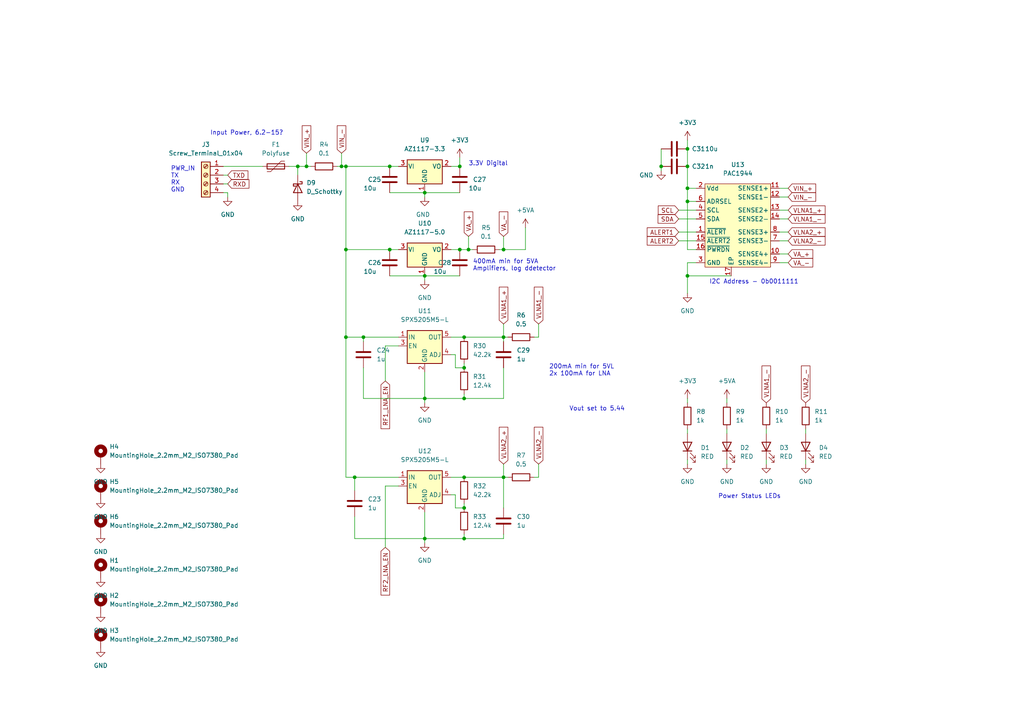
<source format=kicad_sch>
(kicad_sch (version 20211123) (generator eeschema)
  (paper "A4")
  (lib_symbols
    (symbol "Connector:Screw_Terminal_01x04" (pin_names (offset 1.016) hide)
      (property "Reference" "J" (at 0 5.08 0))
      (property "Value" "Screw_Terminal_01x04" (at 0 -7.62 0))
      (symbol "Screw_Terminal_01x04_1_1"
        (rectangle (start -1.27 3.81) (end 1.27 -6.35) (stroke (width 0.254)) (fill (type background)))
        (circle (center 0 -5.08) (radius 0.635) (stroke (width 0.1524)))
        (circle (center 0 -2.54) (radius 0.635) (stroke (width 0.1524)))
        (polyline (pts (xy -0.5334 -4.7498) (xy 0.3302 -5.588)) (stroke (width 0.1524)))
        (polyline (pts (xy -0.5334 -2.2098) (xy 0.3302 -3.048)) (stroke (width 0.1524)))
        (polyline (pts (xy -0.5334 0.3302) (xy 0.3302 -0.508)) (stroke (width 0.1524)))
        (polyline (pts (xy -0.5334 2.8702) (xy 0.3302 2.032)) (stroke (width 0.1524)))
        (polyline (pts (xy -0.3556 -4.572) (xy 0.508 -5.4102)) (stroke (width 0.1524)))
        (polyline (pts (xy -0.3556 -2.032) (xy 0.508 -2.8702)) (stroke (width 0.1524)))
        (polyline (pts (xy -0.3556 0.508) (xy 0.508 -0.3302)) (stroke (width 0.1524)))
        (polyline (pts (xy -0.3556 3.048) (xy 0.508 2.2098)) (stroke (width 0.1524)))
        (circle (center 0 0) (radius 0.635) (stroke (width 0.1524)))
        (circle (center 0 2.54) (radius 0.635) (stroke (width 0.1524)))
        (pin passive line (at -5.08 2.54 0) (length 3.81) (name "Pin_1") (number "1"))
        (pin passive line (at -5.08 0 0) (length 3.81) (name "Pin_2") (number "2"))
        (pin passive line (at -5.08 -2.54 0) (length 3.81) (name "Pin_3") (number "3"))
        (pin passive line (at -5.08 -5.08 0) (length 3.81) (name "Pin_4") (number "4"))
      )
    )
    (symbol "Device:C" (pin_numbers hide) (pin_names (offset 0.254))
      (property "Reference" "C" (at 0.635 2.54 0))
      (property "Value" "C" (at 0.635 -2.54 0))
      (symbol "C_0_1"
        (polyline (pts (xy -2.032 -0.762) (xy 2.032 -0.762)) (stroke (width 0.508)))
        (polyline (pts (xy -2.032 0.762) (xy 2.032 0.762)) (stroke (width 0.508)))
      )
      (symbol "C_1_1"
        (pin passive line (at 0 3.81 270) (length 2.794) (name "~") (number "1"))
        (pin passive line (at 0 -3.81 90) (length 2.794) (name "~") (number "2"))
      )
    )
    (symbol "Device:D_Schottky" (pin_numbers hide) (pin_names (offset 1.016) hide)
      (property "Reference" "D" (at 0 2.54 0))
      (property "Value" "D_Schottky" (at 0 -2.54 0))
      (symbol "D_Schottky_0_1"
        (polyline (pts (xy 1.27 0) (xy -1.27 0)))
        (polyline (pts (xy 1.27 1.27) (xy 1.27 -1.27) (xy -1.27 0) (xy 1.27 1.27)) (stroke (width 0.254)))
        (polyline (pts (xy -1.905 0.635) (xy -1.905 1.27) (xy -1.27 1.27) (xy -1.27 -1.27) (xy -0.635 -1.27) (xy -0.635 -0.635)) (stroke (width 0.254)))
      )
      (symbol "D_Schottky_1_1"
        (pin passive line (at -3.81 0 0) (length 2.54) (name "K") (number "1"))
        (pin passive line (at 3.81 0 180) (length 2.54) (name "A") (number "2"))
      )
    )
    (symbol "Device:LED" (pin_numbers hide) (pin_names (offset 1.016) hide)
      (property "Reference" "D" (at 0 2.54 0))
      (property "Value" "LED" (at 0 -2.54 0))
      (symbol "LED_0_1"
        (polyline (pts (xy -1.27 -1.27) (xy -1.27 1.27)) (stroke (width 0.254)))
        (polyline (pts (xy -1.27 0) (xy 1.27 0)))
        (polyline (pts (xy 1.27 -1.27) (xy 1.27 1.27) (xy -1.27 0) (xy 1.27 -1.27)) (stroke (width 0.254)))
        (polyline (pts (xy -3.048 -0.762) (xy -4.572 -2.286) (xy -3.81 -2.286) (xy -4.572 -2.286) (xy -4.572 -1.524)))
        (polyline (pts (xy -1.778 -0.762) (xy -3.302 -2.286) (xy -2.54 -2.286) (xy -3.302 -2.286) (xy -3.302 -1.524)))
      )
      (symbol "LED_1_1"
        (pin passive line (at -3.81 0 0) (length 2.54) (name "K") (number "1"))
        (pin passive line (at 3.81 0 180) (length 2.54) (name "A") (number "2"))
      )
    )
    (symbol "Device:Polyfuse" (pin_numbers hide) (pin_names (offset 0))
      (property "Reference" "F" (at -2.54 0 90))
      (property "Value" "Polyfuse" (at 2.54 0 90))
      (symbol "Polyfuse_0_1"
        (rectangle (start -0.762 2.54) (end 0.762 -2.54) (stroke (width 0.254)))
        (polyline (pts (xy 0 2.54) (xy 0 -2.54)))
        (polyline (pts (xy -1.524 2.54) (xy -1.524 1.524) (xy 1.524 -1.524) (xy 1.524 -2.54)))
      )
      (symbol "Polyfuse_1_1"
        (pin passive line (at 0 3.81 270) (length 1.27) (name "~") (number "1"))
        (pin passive line (at 0 -3.81 90) (length 1.27) (name "~") (number "2"))
      )
    )
    (symbol "Device:R" (pin_numbers hide) (pin_names (offset 0))
      (property "Reference" "R" (at 2.032 0 90))
      (property "Value" "R" (at 0 0 90))
      (symbol "R_0_1"
        (rectangle (start -1.016 -2.54) (end 1.016 2.54) (stroke (width 0.254)))
      )
      (symbol "R_1_1"
        (pin passive line (at 0 3.81 270) (length 1.27) (name "~") (number "1"))
        (pin passive line (at 0 -3.81 90) (length 1.27) (name "~") (number "2"))
      )
    )
    (symbol "Mechanical:MountingHole_Pad" (pin_numbers hide) (pin_names (offset 1.016) hide)
      (property "Reference" "H" (at 0 6.35 0))
      (property "Value" "MountingHole_Pad" (at 0 4.445 0))
      (symbol "MountingHole_Pad_0_1"
        (circle (center 0 1.27) (radius 1.27) (stroke (width 1.27)))
      )
      (symbol "MountingHole_Pad_1_1"
        (pin input line (at 0 -2.54 90) (length 2.54) (name "1") (number "1"))
      )
    )
    (symbol "Project Library:PAC1944"
      (property "Reference" "U" (at 0 12.7 0))
      (property "Value" "PAC1944" (at 0 15.24 0))
      (symbol "PAC1944_0_1"
        (rectangle (start -10.16 11.43) (end 8.89 -12.7) (fill (type background)))
      )
      (symbol "PAC1944_1_1"
        (pin output line (at -12.7 -2.54 0) (length 2.54) (name "~{ALERT}") (number "1"))
        (pin input line (at 11.43 -8.89 180) (length 2.54) (name "SENSE4+") (number "10"))
        (pin input line (at 11.43 10.16 180) (length 2.54) (name "SENSE1+") (number "11"))
        (pin input line (at 11.43 7.62 180) (length 2.54) (name "SENSE1-") (number "12"))
        (pin input line (at 11.43 3.81 180) (length 2.54) (name "SENSE2+") (number "13"))
        (pin input line (at 11.43 1.27 180) (length 2.54) (name "SENSE2-") (number "14"))
        (pin output line (at -12.7 -5.08 0) (length 2.54) (name "~{ALERT2}") (number "15"))
        (pin output line (at -12.7 -7.62 0) (length 2.54) (name "~{PWRDN}") (number "16"))
        (pin power_in line (at -2.54 -15.24 90) (length 2.54) (name "EP") (number "17"))
        (pin power_in line (at -12.7 10.16 0) (length 2.54) (name "Vdd") (number "2"))
        (pin power_in line (at -12.7 -11.43 0) (length 2.54) (name "GND") (number "3"))
        (pin input line (at -12.7 3.81 0) (length 2.54) (name "SCL") (number "4"))
        (pin bidirectional line (at -12.7 1.27 0) (length 2.54) (name "SDA") (number "5"))
        (pin input line (at -12.7 6.35 0) (length 2.54) (name "ADRSEL") (number "6"))
        (pin input line (at 11.43 -5.08 180) (length 2.54) (name "SENSE3-") (number "7"))
        (pin input line (at 11.43 -2.54 180) (length 2.54) (name "SENSE3+") (number "8"))
        (pin input line (at 11.43 -11.43 180) (length 2.54) (name "SENSE4-") (number "9"))
      )
    )
    (symbol "Regulator_Linear:AZ1117-3.3" (pin_names (offset 0.254))
      (property "Reference" "U" (at -3.81 3.175 0))
      (property "Value" "AZ1117-3.3" (at 0 3.175 0))
      (symbol "AZ1117-3.3_0_1"
        (rectangle (start -5.08 1.905) (end 5.08 -5.08) (stroke (width 0.254)) (fill (type background)))
      )
      (symbol "AZ1117-3.3_1_1"
        (pin power_in line (at 0 -7.62 90) (length 2.54) (name "GND") (number "1"))
        (pin power_out line (at 7.62 0 180) (length 2.54) (name "VO") (number "2"))
        (pin power_in line (at -7.62 0 0) (length 2.54) (name "VI") (number "3"))
      )
    )
    (symbol "Regulator_Linear:AZ1117-5.0" (pin_names (offset 0.254))
      (property "Reference" "U" (at -3.81 3.175 0))
      (property "Value" "AZ1117-5.0" (at 0 3.175 0))
      (symbol "AZ1117-5.0_0_1"
        (rectangle (start -5.08 1.905) (end 5.08 -5.08) (stroke (width 0.254)) (fill (type background)))
      )
      (symbol "AZ1117-5.0_1_1"
        (pin power_in line (at 0 -7.62 90) (length 2.54) (name "GND") (number "1"))
        (pin power_out line (at 7.62 0 180) (length 2.54) (name "VO") (number "2"))
        (pin power_in line (at -7.62 0 0) (length 2.54) (name "VI") (number "3"))
      )
    )
    (symbol "Regulator_Linear:SPX3819M5-L" (pin_names (offset 0.254))
      (property "Reference" "U" (at -3.81 5.715 0))
      (property "Value" "SPX3819M5-L" (at 0 5.715 0))
      (symbol "SPX3819M5-L_0_1"
        (rectangle (start -5.08 4.445) (end 5.08 -5.08) (stroke (width 0.254)) (fill (type background)))
      )
      (symbol "SPX3819M5-L_1_1"
        (pin power_in line (at -7.62 2.54 0) (length 2.54) (name "IN") (number "1"))
        (pin power_in line (at 0 -7.62 90) (length 2.54) (name "GND") (number "2"))
        (pin input line (at -7.62 0 0) (length 2.54) (name "EN") (number "3"))
        (pin input line (at 7.62 -2.54 180) (length 2.54) (name "ADJ") (number "4"))
        (pin power_out line (at 7.62 2.54 180) (length 2.54) (name "OUT") (number "5"))
      )
    )
    (symbol "power:+3.3V" (power) (pin_names (offset 0))
      (property "Value" "+3.3V" (at 0 3.556 0))
      (symbol "+3.3V_0_1"
        (polyline (pts (xy -0.762 1.27) (xy 0 2.54)))
        (polyline (pts (xy 0 0) (xy 0 2.54)))
        (polyline (pts (xy 0 2.54) (xy 0.762 1.27)))
      )
      (symbol "+3.3V_1_1"
        (pin power_in line (at 0 0 90) (length 0) hide (name "+3V3") (number "1"))
      )
    )
    (symbol "power:+5VA" (power) (pin_names (offset 0))
      (property "Value" "+5VA" (at 0 3.556 0))
      (symbol "+5VA_0_1"
        (polyline (pts (xy -0.762 1.27) (xy 0 2.54)))
        (polyline (pts (xy 0 0) (xy 0 2.54)))
        (polyline (pts (xy 0 2.54) (xy 0.762 1.27)))
      )
      (symbol "+5VA_1_1"
        (pin power_in line (at 0 0 90) (length 0) hide (name "+5VA") (number "1"))
      )
    )
    (symbol "power:GND" (power) (pin_names (offset 0))
      (property "Value" "GND" (at 0 -3.81 0))
      (symbol "GND_0_1"
        (polyline (pts (xy 0 0) (xy 0 -1.27) (xy 1.27 -1.27) (xy 0 -2.54) (xy -1.27 -1.27) (xy 0 -1.27)))
      )
      (symbol "GND_1_1"
        (pin power_in line (at 0 0 270) (length 0) hide (name "GND") (number "1"))
      )
    )
  )
  (junction (at 146.05 72.39))
  (junction (at 199.39 43.18))
  (junction (at 191.77 48.26))
  (junction (at 133.35 72.39))
  (junction (at 146.05 138.43))
  (junction (at 100.33 97.79))
  (junction (at 123.19 115.57))
  (junction (at 133.35 48.26))
  (junction (at 123.19 80.01))
  (junction (at 134.62 106.68))
  (junction (at 99.06 48.26))
  (junction (at 113.03 48.26))
  (junction (at 134.62 97.79))
  (junction (at 134.62 147.32))
  (junction (at 134.62 115.57))
  (junction (at 123.19 156.21))
  (junction (at 113.03 72.39))
  (junction (at 100.33 72.39))
  (junction (at 146.05 97.79))
  (junction (at 135.89 72.39))
  (junction (at 134.62 156.21))
  (junction (at 102.87 138.43))
  (junction (at 100.33 48.26))
  (junction (at 199.39 58.42))
  (junction (at 123.19 55.88))
  (junction (at 134.62 138.43))
  (junction (at 199.39 54.61))
  (junction (at 88.9 48.26))
  (junction (at 86.36 48.26))
  (junction (at 199.39 80.01))
  (junction (at 105.41 97.79))
  (junction (at 199.39 48.26))
  (wire (pts (xy 113.03 55.88) (xy 123.19 55.88)))
  (wire (pts (xy 99.06 48.26) (xy 100.33 48.26)))
  (wire (pts (xy 130.81 138.43) (xy 134.62 138.43)))
  (wire (pts (xy 115.57 100.33) (xy 111.76 100.33)))
  (wire (pts (xy 130.81 48.26) (xy 133.35 48.26)))
  (wire (pts (xy 86.36 48.26) (xy 86.36 50.8)))
  (wire (pts (xy 130.81 97.79) (xy 134.62 97.79)))
  (wire (pts (xy 102.87 138.43) (xy 102.87 142.24)))
  (wire (pts (xy 134.62 115.57) (xy 146.05 115.57)))
  (wire (pts (xy 146.05 134.62) (xy 146.05 138.43)))
  (wire (pts (xy 135.89 72.39) (xy 137.16 72.39)))
  (wire (pts (xy 86.36 48.26) (xy 88.9 48.26)))
  (wire (pts (xy 210.82 133.35) (xy 210.82 134.62)))
  (wire (pts (xy 123.19 107.95) (xy 123.19 115.57)))
  (wire (pts (xy 134.62 138.43) (xy 146.05 138.43)))
  (wire (pts (xy 146.05 156.21) (xy 134.62 156.21)))
  (wire (pts (xy 64.77 53.34) (xy 66.04 53.34)))
  (wire (pts (xy 97.79 48.26) (xy 99.06 48.26)))
  (wire (pts (xy 64.77 55.88) (xy 66.04 55.88)))
  (wire (pts (xy 105.41 115.57) (xy 123.19 115.57)))
  (wire (pts (xy 105.41 99.06) (xy 105.41 97.79)))
  (wire (pts (xy 154.94 138.43) (xy 156.21 138.43)))
  (wire (pts (xy 134.62 97.79) (xy 146.05 97.79)))
  (wire (pts (xy 135.89 68.58) (xy 135.89 72.39)))
  (wire (pts (xy 210.82 124.46) (xy 210.82 125.73)))
  (wire (pts (xy 113.03 80.01) (xy 123.19 80.01)))
  (wire (pts (xy 105.41 106.68) (xy 105.41 115.57)))
  (wire (pts (xy 191.77 48.26) (xy 191.77 49.53)))
  (wire (pts (xy 196.85 69.85) (xy 201.93 69.85)))
  (wire (pts (xy 123.19 148.59) (xy 123.19 156.21)))
  (wire (pts (xy 222.25 133.35) (xy 222.25 134.62)))
  (wire (pts (xy 130.81 102.87) (xy 132.08 102.87)))
  (wire (pts (xy 105.41 97.79) (xy 115.57 97.79)))
  (wire (pts (xy 64.77 48.26) (xy 76.2 48.26)))
  (wire (pts (xy 146.05 138.43) (xy 147.32 138.43)))
  (wire (pts (xy 146.05 106.68) (xy 146.05 115.57)))
  (wire (pts (xy 66.04 55.88) (xy 66.04 57.15)))
  (wire (pts (xy 113.03 72.39) (xy 115.57 72.39)))
  (wire (pts (xy 123.19 80.01) (xy 123.19 81.28)))
  (wire (pts (xy 130.81 72.39) (xy 133.35 72.39)))
  (wire (pts (xy 154.94 97.79) (xy 156.21 97.79)))
  (wire (pts (xy 123.19 55.88) (xy 123.19 57.15)))
  (wire (pts (xy 196.85 60.96) (xy 201.93 60.96)))
  (wire (pts (xy 199.39 133.35) (xy 199.39 134.62)))
  (wire (pts (xy 196.85 63.5) (xy 201.93 63.5)))
  (wire (pts (xy 132.08 102.87) (xy 132.08 106.68)))
  (wire (pts (xy 226.06 54.61) (xy 228.6 54.61)))
  (wire (pts (xy 134.62 156.21) (xy 123.19 156.21)))
  (wire (pts (xy 123.19 115.57) (xy 123.19 116.84)))
  (wire (pts (xy 152.4 72.39) (xy 152.4 66.04)))
  (wire (pts (xy 199.39 54.61) (xy 201.93 54.61)))
  (wire (pts (xy 226.06 76.2) (xy 228.6 76.2)))
  (wire (pts (xy 132.08 143.51) (xy 132.08 147.32)))
  (wire (pts (xy 102.87 138.43) (xy 115.57 138.43)))
  (wire (pts (xy 196.85 67.31) (xy 201.93 67.31)))
  (wire (pts (xy 156.21 93.98) (xy 156.21 97.79)))
  (wire (pts (xy 233.68 133.35) (xy 233.68 134.62)))
  (wire (pts (xy 199.39 115.57) (xy 199.39 116.84)))
  (wire (pts (xy 102.87 149.86) (xy 102.87 156.21)))
  (wire (pts (xy 102.87 156.21) (xy 123.19 156.21)))
  (wire (pts (xy 146.05 72.39) (xy 152.4 72.39)))
  (wire (pts (xy 144.78 72.39) (xy 146.05 72.39)))
  (wire (pts (xy 99.06 44.45) (xy 99.06 48.26)))
  (wire (pts (xy 199.39 48.26) (xy 199.39 54.61)))
  (wire (pts (xy 132.08 147.32) (xy 134.62 147.32)))
  (wire (pts (xy 132.08 106.68) (xy 134.62 106.68)))
  (wire (pts (xy 146.05 97.79) (xy 146.05 99.06)))
  (wire (pts (xy 100.33 48.26) (xy 100.33 72.39)))
  (wire (pts (xy 130.81 143.51) (xy 132.08 143.51)))
  (wire (pts (xy 134.62 114.3) (xy 134.62 115.57)))
  (wire (pts (xy 226.06 69.85) (xy 228.6 69.85)))
  (wire (pts (xy 156.21 134.62) (xy 156.21 138.43)))
  (wire (pts (xy 134.62 154.94) (xy 134.62 156.21)))
  (wire (pts (xy 83.82 48.26) (xy 86.36 48.26)))
  (wire (pts (xy 199.39 80.01) (xy 199.39 85.09)))
  (wire (pts (xy 222.25 124.46) (xy 222.25 125.73)))
  (wire (pts (xy 102.87 138.43) (xy 100.33 138.43)))
  (wire (pts (xy 123.19 115.57) (xy 134.62 115.57)))
  (wire (pts (xy 88.9 48.26) (xy 90.17 48.26)))
  (wire (pts (xy 226.06 63.5) (xy 228.6 63.5)))
  (wire (pts (xy 146.05 97.79) (xy 147.32 97.79)))
  (wire (pts (xy 133.35 72.39) (xy 135.89 72.39)))
  (wire (pts (xy 199.39 72.39) (xy 199.39 58.42)))
  (wire (pts (xy 226.06 60.96) (xy 228.6 60.96)))
  (wire (pts (xy 226.06 73.66) (xy 228.6 73.66)))
  (wire (pts (xy 210.82 115.57) (xy 210.82 116.84)))
  (wire (pts (xy 88.9 44.45) (xy 88.9 48.26)))
  (wire (pts (xy 199.39 43.18) (xy 199.39 48.26)))
  (wire (pts (xy 100.33 72.39) (xy 100.33 97.79)))
  (wire (pts (xy 201.93 76.2) (xy 199.39 76.2)))
  (wire (pts (xy 201.93 72.39) (xy 199.39 72.39)))
  (wire (pts (xy 146.05 154.94) (xy 146.05 156.21)))
  (wire (pts (xy 226.06 67.31) (xy 228.6 67.31)))
  (wire (pts (xy 226.06 57.15) (xy 228.6 57.15)))
  (wire (pts (xy 134.62 105.41) (xy 134.62 106.68)))
  (wire (pts (xy 100.33 72.39) (xy 113.03 72.39)))
  (wire (pts (xy 199.39 40.64) (xy 199.39 43.18)))
  (wire (pts (xy 199.39 124.46) (xy 199.39 125.73)))
  (wire (pts (xy 111.76 140.97) (xy 111.76 158.75)))
  (wire (pts (xy 111.76 100.33) (xy 111.76 110.49)))
  (wire (pts (xy 123.19 80.01) (xy 133.35 80.01)))
  (wire (pts (xy 100.33 138.43) (xy 100.33 97.79)))
  (wire (pts (xy 100.33 48.26) (xy 113.03 48.26)))
  (wire (pts (xy 133.35 48.26) (xy 133.35 45.72)))
  (wire (pts (xy 134.62 146.05) (xy 134.62 147.32)))
  (wire (pts (xy 64.77 50.8) (xy 66.04 50.8)))
  (wire (pts (xy 199.39 58.42) (xy 199.39 54.61)))
  (wire (pts (xy 199.39 76.2) (xy 199.39 80.01)))
  (wire (pts (xy 146.05 68.58) (xy 146.05 72.39)))
  (wire (pts (xy 123.19 156.21) (xy 123.19 157.48)))
  (wire (pts (xy 146.05 93.98) (xy 146.05 97.79)))
  (wire (pts (xy 146.05 138.43) (xy 146.05 147.32)))
  (wire (pts (xy 100.33 97.79) (xy 105.41 97.79)))
  (wire (pts (xy 113.03 48.26) (xy 115.57 48.26)))
  (wire (pts (xy 133.35 55.88) (xy 123.19 55.88)))
  (wire (pts (xy 199.39 58.42) (xy 201.93 58.42)))
  (wire (pts (xy 199.39 80.01) (xy 212.09 80.01)))
  (wire (pts (xy 111.76 140.97) (xy 115.57 140.97)))
  (wire (pts (xy 191.77 43.18) (xy 191.77 48.26)))
  (wire (pts (xy 233.68 124.46) (xy 233.68 125.73)))
  (text "200mA min for 5VL\n2x 100mA for LNA\n" (at 159.258 109.22 0) (effects (font (size 1.27 1.27)) (justify left bottom)))
  (text "400mA min for 5VA\nAmplifiers, log ddetector" (at 137.16 78.74 0) (effects (font (size 1.27 1.27)) (justify left bottom)))
  (text "Input Power, 6.2-15?\n" (at 60.96 39.37 0) (effects (font (size 1.27 1.27)) (justify left bottom)))
  (text "3.3V Digital\n" (at 135.89 48.26 0) (effects (font (size 1.27 1.27)) (justify left bottom)))
  (text "PWR_IN\nTX\nRX\nGND" (at 49.53 55.88 0) (effects (font (size 1.27 1.27)) (justify left bottom)))
  (text "Vout set to 5.44" (at 165.1 119.38 0) (effects (font (size 1.27 1.27)) (justify left bottom)))
  (text "I2C Address - 0b0011111" (at 205.74 82.55 0) (effects (font (size 1.27 1.27)) (justify left bottom)))
  (text "Power Status LEDs\n" (at 208.28 144.78 0) (effects (font (size 1.27 1.27)) (justify left bottom)))
  (global_label "RXD" (shape input) (at 66.04 53.34 0) (property "Intersheet References" "${INTERSHEET_REFS}" (effects hide)))
  (global_label "VLNA2_+" (shape input) (at 146.05 134.62 90) (property "Intersheet References" "${INTERSHEET_REFS}" (effects hide)))
  (global_label "VA_+" (shape input) (at 135.89 68.58 90) (property "Intersheet References" "${INTERSHEET_REFS}" (effects hide)))
  (global_label "VIN_+" (shape input) (at 228.6 54.61 0) (property "Intersheet References" "${INTERSHEET_REFS}" (effects hide)))
  (global_label "VIN_+" (shape input) (at 88.9 44.45 90) (property "Intersheet References" "${INTERSHEET_REFS}" (effects hide)))
  (global_label "RF2_LNA_EN" (shape input) (at 111.76 158.75 270) (property "Intersheet References" "${INTERSHEET_REFS}" (effects hide)))
  (global_label "VLNA2_-" (shape input) (at 233.68 116.84 90) (property "Intersheet References" "${INTERSHEET_REFS}" (effects hide)))
  (global_label "VLNA1_-" (shape input) (at 228.6 63.5 0) (property "Intersheet References" "${INTERSHEET_REFS}" (effects hide)))
  (global_label "ALERT2" (shape input) (at 196.85 69.85 180) (property "Intersheet References" "${INTERSHEET_REFS}" (effects hide)))
  (global_label "VLNA1_-" (shape input) (at 156.21 93.98 90) (property "Intersheet References" "${INTERSHEET_REFS}" (effects hide)))
  (global_label "TXD" (shape input) (at 66.04 50.8 0) (property "Intersheet References" "${INTERSHEET_REFS}" (effects hide)))
  (global_label "VIN_-" (shape input) (at 228.6 57.15 0) (property "Intersheet References" "${INTERSHEET_REFS}" (effects hide)))
  (global_label "VA_-" (shape input) (at 228.6 76.2 0) (property "Intersheet References" "${INTERSHEET_REFS}" (effects hide)))
  (global_label "VLNA1_-" (shape input) (at 222.25 116.84 90) (property "Intersheet References" "${INTERSHEET_REFS}" (effects hide)))
  (global_label "RF1_LNA_EN" (shape input) (at 111.76 110.49 270) (property "Intersheet References" "${INTERSHEET_REFS}" (effects hide)))
  (global_label "VLNA2_+" (shape input) (at 228.6 67.31 0) (property "Intersheet References" "${INTERSHEET_REFS}" (effects hide)))
  (global_label "ALERT1" (shape input) (at 196.85 67.31 180) (property "Intersheet References" "${INTERSHEET_REFS}" (effects hide)))
  (global_label "VA_-" (shape input) (at 146.05 68.58 90) (property "Intersheet References" "${INTERSHEET_REFS}" (effects hide)))
  (global_label "VLNA1_+" (shape input) (at 146.05 93.98 90) (property "Intersheet References" "${INTERSHEET_REFS}" (effects hide)))
  (global_label "VA_+" (shape input) (at 228.6 73.66 0) (property "Intersheet References" "${INTERSHEET_REFS}" (effects hide)))
  (global_label "VLNA1_+" (shape input) (at 228.6 60.96 0) (property "Intersheet References" "${INTERSHEET_REFS}" (effects hide)))
  (global_label "VLNA2_-" (shape input) (at 156.21 134.62 90) (property "Intersheet References" "${INTERSHEET_REFS}" (effects hide)))
  (global_label "SCL" (shape input) (at 196.85 60.96 180) (property "Intersheet References" "${INTERSHEET_REFS}" (effects hide)))
  (global_label "VLNA2_-" (shape input) (at 228.6 69.85 0) (property "Intersheet References" "${INTERSHEET_REFS}" (effects hide)))
  (global_label "VIN_-" (shape input) (at 99.06 44.45 90) (property "Intersheet References" "${INTERSHEET_REFS}" (effects hide)))
  (global_label "SDA" (shape input) (at 196.85 63.5 180) (property "Intersheet References" "${INTERSHEET_REFS}" (effects hide)))
  (symbol (lib_id "power:GND") (at 123.19 81.28 0) (unit 1)
    (property "Reference" "#PWR030" (effects hide))
    (property "Value" "GND" (at 123.19 86.36 0))
  )
  (symbol (lib_id "Device:R") (at 210.82 120.65 0) (unit 1)
    (property "Reference" "R9" (at 213.36 119.3799 0) (effects (justify left)))
    (property "Value" "1k" (at 213.36 121.9199 0) (effects (justify left)))
    (property "Footprint" "Resistor_SMD:R_0402_1005Metric" (effects hide))
    (property "PartNumber" "RC0402JR-071KL" (effects hide))
  )
  (symbol (lib_id "Device:R") (at 134.62 151.13 0) (unit 1)
    (property "Reference" "R33" (at 137.16 149.8599 0) (effects (justify left)))
    (property "Value" "12.4k" (at 137.16 152.3999 0) (effects (justify left)))
    (property "Footprint" "Resistor_SMD:R_0402_1005Metric" (effects hide))
    (property "PartNumber" "RC0402FR-0712K4L" (effects hide))
  )
  (symbol (lib_id "power:GND") (at 29.21 177.8 0) (unit 1)
    (property "Reference" "#PWR0120" (effects hide))
    (property "Value" "~" (at 29.21 182.88 0))
  )
  (symbol (lib_id "power:+3.3V") (at 199.39 40.64 0) (unit 1)
    (property "Reference" "#PWR036" (effects hide))
    (property "Value" "+3.3V" (at 199.39 35.56 0))
  )
  (symbol (lib_id "Device:R") (at 93.98 48.26 90) (unit 1)
    (property "Reference" "R4" (at 93.98 41.91 90))
    (property "Value" "0.1" (at 93.98 44.45 90))
    (property "Footprint" "Resistor_SMD:R_1206_3216Metric" (effects hide))
    (property "PartNumber" "RL1206FR-070R1L" (effects hide))
  )
  (symbol (lib_id "Device:C") (at 146.05 151.13 0) (unit 1)
    (property "Reference" "C30" (at 149.86 149.8599 0) (effects (justify left)))
    (property "Value" "1u" (at 149.86 152.3999 0) (effects (justify left)))
    (property "Footprint" "Capacitor_SMD:C_0805_2012Metric" (effects hide))
    (property "PartNumber" "UMK212B7105KG-T" (effects hide))
  )
  (symbol (lib_id "power:GND") (at 86.36 58.42 0) (unit 1)
    (property "Reference" "#PWR0114" (effects hide))
    (property "Value" "GND" (at 86.36 63.5 0))
  )
  (symbol (lib_id "power:GND") (at 29.21 154.94 0) (unit 1)
    (property "Reference" "#PWR0124" (effects hide))
    (property "Value" "GND" (at 29.21 160.02 0))
  )
  (symbol (lib_id "power:+3.3V") (at 199.39 115.57 0) (unit 1)
    (property "Reference" "#PWR038" (effects hide))
    (property "Value" "+3.3V" (at 199.39 110.49 0))
  )
  (symbol (lib_id "power:GND") (at 191.77 49.53 0) (unit 1)
    (property "Reference" "#PWR035" (effects hide))
    (property "Value" "GND" (at 185.42 50.8 0) (effects (justify left)))
  )
  (symbol (lib_id "Device:R") (at 222.25 120.65 0) (unit 1)
    (property "Reference" "R10" (at 224.79 119.3799 0) (effects (justify left)))
    (property "Value" "1k" (at 224.79 121.9199 0) (effects (justify left)))
    (property "Footprint" "Resistor_SMD:R_0402_1005Metric" (effects hide))
    (property "PartNumber" "RC0402JR-071KL" (effects hide))
  )
  (symbol (lib_id "Mechanical:MountingHole_Pad") (at 29.21 175.26 0) (unit 1)
    (property "Reference" "H2" (at 31.75 172.7199 0) (effects (justify left)))
    (property "Value" "MountingHole_2.2mm_M2_ISO7380_Pad" (at 31.75 175.2599 0) (effects (justify left)))
    (property "Footprint" "MountingHole:MountingHole_2.2mm_M2_ISO7380_Pad" (effects hide))
  )
  (symbol (lib_id "Device:R") (at 134.62 101.6 0) (unit 1)
    (property "Reference" "R30" (at 137.16 100.3299 0) (effects (justify left)))
    (property "Value" "42.2k" (at 137.16 102.8699 0) (effects (justify left)))
    (property "Footprint" "Resistor_SMD:R_0402_1005Metric" (effects hide))
    (property "PartNumber" "RC0402FR-0742K2L" (effects hide))
  )
  (symbol (lib_id "Mechanical:MountingHole_Pad") (at 29.21 142.24 0) (unit 1)
    (property "Reference" "H5" (at 31.75 139.6999 0) (effects (justify left)))
    (property "Value" "MountingHole_2.2mm_M2_ISO7380_Pad" (at 31.75 142.2399 0) (effects (justify left)))
    (property "Footprint" "MountingHole:MountingHole_2.2mm_M2_ISO7380_Pad" (effects hide))
  )
  (symbol (lib_id "Device:C") (at 133.35 76.2 180) (unit 1)
    (property "Reference" "C28" (at 127 76.2 0) (effects (justify right)))
    (property "Value" "10u" (at 125.73 78.74 0) (effects (justify right)))
    (property "Footprint" "Capacitor_SMD:C_1206_3216Metric" (effects hide))
    (property "PartNumber" "CL31A106KAHNNNE" (effects hide))
  )
  (symbol (lib_id "power:GND") (at 66.04 57.15 0) (unit 1)
    (property "Reference" "#PWR028" (effects hide))
    (property "Value" "GND" (at 66.04 62.23 0))
  )
  (symbol (lib_id "Device:D_Schottky") (at 86.36 54.61 270) (unit 1)
    (property "Reference" "D9" (at 88.9 53.0224 90) (effects (justify left)))
    (property "Value" "D_Schottky" (at 88.9 55.5624 90) (effects (justify left)))
    (property "Footprint" "Diode_SMD:D_SOD-323" (effects hide))
  )
  (symbol (lib_id "Mechanical:MountingHole_Pad") (at 29.21 132.08 0) (unit 1)
    (property "Reference" "H4" (at 31.75 129.5399 0) (effects (justify left)))
    (property "Value" "MountingHole_2.2mm_M2_ISO7380_Pad" (at 31.75 132.0799 0) (effects (justify left)))
    (property "Footprint" "MountingHole:MountingHole_2.2mm_M2_ISO7380_Pad" (effects hide))
  )
  (symbol (lib_id "Device:R") (at 151.13 97.79 90) (unit 1)
    (property "Reference" "R6" (at 151.13 91.44 90))
    (property "Value" "0.5" (at 151.13 93.98 90))
    (property "Footprint" "Resistor_SMD:R_1206_3216Metric" (effects hide))
    (property "PartNumber" "RL1206FR-070R5L" (effects hide))
  )
  (symbol (lib_id "Device:LED") (at 199.39 129.54 90) (unit 1)
    (property "Reference" "D1" (at 203.2 129.8574 90) (effects (justify right)))
    (property "Value" "RED" (at 203.2 132.3974 90) (effects (justify right)))
    (property "Footprint" "LED_SMD:LED_0603_1608Metric" (effects hide))
    (property "PartNumber" "LTST-C193KRKT-5A" (effects hide))
  )
  (symbol (lib_id "power:GND") (at 123.19 57.15 0) (unit 1)
    (property "Reference" "#PWR029" (effects hide))
    (property "Value" "GND" (at 122.682 62.23 0))
  )
  (symbol (lib_id "Regulator_Linear:AZ1117-3.3") (at 123.19 48.26 0) (unit 1)
    (property "Reference" "U9" (at 123.19 40.64 0))
    (property "Value" "AZ1117-3.3" (at 123.19 43.18 0))
    (property "Footprint" "Package_TO_SOT_SMD:SOT-89-3" (effects hide))
    (property "Datasheet" "https://www.diodes.com/assets/Datasheets/AZ1117.pdf" (effects hide))
    (property "PartNumber" "AZ1117CR-3.3TRG1" (effects hide))
  )
  (symbol (lib_id "power:GND") (at 29.21 167.64 0) (unit 1)
    (property "Reference" "#PWR0119" (effects hide))
    (property "Value" "~" (at 29.21 172.72 0))
  )
  (symbol (lib_id "Device:R") (at 199.39 120.65 0) (unit 1)
    (property "Reference" "R8" (at 201.93 119.3799 0) (effects (justify left)))
    (property "Value" "1k" (at 201.93 121.9199 0) (effects (justify left)))
    (property "Footprint" "Resistor_SMD:R_0402_1005Metric" (effects hide))
    (property "PartNumber" "RC0402JR-071KL" (effects hide))
  )
  (symbol (lib_id "Regulator_Linear:SPX3819M5-L") (at 123.19 100.33 0) (unit 1)
    (property "Reference" "U11" (at 123.19 90.17 0))
    (property "Value" "SPX5205M5-L" (at 123.19 92.71 0))
    (property "Footprint" "Package_TO_SOT_SMD:SOT-23-5" (effects hide))
    (property "Datasheet" "https://www.exar.com/content/document.ashx?id=22106&languageid=1033&type=Datasheet&partnumber=SPX3819&filename=SPX3819.pdf&part=SPX3819" (effects hide))
    (property "PartNumber" "SPX5205M5-L/TR" (effects hide))
  )
  (symbol (lib_id "Device:LED") (at 222.25 129.54 90) (unit 1)
    (property "Reference" "D3" (at 226.06 129.8574 90) (effects (justify right)))
    (property "Value" "RED" (at 226.06 132.3974 90) (effects (justify right)))
    (property "Footprint" "LED_SMD:LED_0603_1608Metric" (effects hide))
    (property "PartNumber" "LTST-C193KRKT-5A" (effects hide))
  )
  (symbol (lib_id "Device:Polyfuse") (at 80.01 48.26 90) (unit 1)
    (property "Reference" "F1" (at 80.01 41.91 90))
    (property "Value" "Polyfuse" (at 80.01 44.45 90))
    (property "Footprint" "Fuse:Fuse_1812_4532Metric" (effects hide))
    (property "PartNumber" "0ZCG0075FF2C" (effects hide))
  )
  (symbol (lib_id "power:GND") (at 29.21 134.62 0) (unit 1)
    (property "Reference" "#PWR0122" (effects hide))
    (property "Value" "~" (at 29.21 139.7 0))
  )
  (symbol (lib_id "Device:C") (at 113.03 76.2 180) (unit 1)
    (property "Reference" "C26" (at 106.68 76.2 0) (effects (justify right)))
    (property "Value" "10u" (at 105.41 78.74 0) (effects (justify right)))
    (property "Footprint" "Capacitor_SMD:C_1206_3216Metric" (effects hide))
    (property "PartNumber" "CL31A106KAHNNNE" (effects hide))
  )
  (symbol (lib_id "Mechanical:MountingHole_Pad") (at 29.21 185.42 0) (unit 1)
    (property "Reference" "H3" (at 31.75 182.8799 0) (effects (justify left)))
    (property "Value" "MountingHole_2.2mm_M2_ISO7380_Pad" (at 31.75 185.4199 0) (effects (justify left)))
    (property "Footprint" "MountingHole:MountingHole_2.2mm_M2_ISO7380_Pad" (effects hide))
  )
  (symbol (lib_id "Device:C") (at 105.41 102.87 0) (unit 1)
    (property "Reference" "C24" (at 109.22 101.5999 0) (effects (justify left)))
    (property "Value" "1u" (at 109.22 104.1399 0) (effects (justify left)))
    (property "Footprint" "Capacitor_SMD:C_0805_2012Metric" (effects hide))
    (property "PartNumber" "UMK212B7105KG-T" (effects hide))
  )
  (symbol (lib_id "Device:C") (at 195.58 48.26 90) (unit 1)
    (property "Reference" "C32" (at 200.66 48.26 90) (effects (justify right)))
    (property "Value" "1n" (at 204.47 48.26 90) (effects (justify right)))
    (property "Footprint" "Capacitor_SMD:C_0603_1608Metric" (effects hide))
    (property "PartNumber" "CL10C102JB8NNNC" (effects hide))
  )
  (symbol (lib_id "Device:R") (at 151.13 138.43 90) (unit 1)
    (property "Reference" "R7" (at 151.13 132.08 90))
    (property "Value" "0.5" (at 151.13 134.62 90))
    (property "Footprint" "Resistor_SMD:R_1206_3216Metric" (effects hide))
    (property "PartNumber" "RL1206FR-070R5L" (effects hide))
  )
  (symbol (lib_id "power:+5VA") (at 152.4 66.04 0) (unit 1)
    (property "Reference" "#PWR034" (effects hide))
    (property "Value" "+5VA" (at 152.4 60.96 0))
  )
  (symbol (lib_id "Device:R") (at 134.62 110.49 0) (unit 1)
    (property "Reference" "R31" (at 137.16 109.2199 0) (effects (justify left)))
    (property "Value" "12.4k" (at 137.16 111.7599 0) (effects (justify left)))
    (property "Footprint" "Resistor_SMD:R_0402_1005Metric" (effects hide))
    (property "PartNumber" "RC0402FR-0712K4L" (effects hide))
  )
  (symbol (lib_id "Device:C") (at 146.05 102.87 0) (unit 1)
    (property "Reference" "C29" (at 149.86 101.5999 0) (effects (justify left)))
    (property "Value" "1u" (at 149.86 104.1399 0) (effects (justify left)))
    (property "Footprint" "Capacitor_SMD:C_0805_2012Metric" (effects hide))
    (property "PartNumber" "UMK212B7105KG-T" (effects hide))
  )
  (symbol (lib_id "power:+5VA") (at 210.82 115.57 0) (unit 1)
    (property "Reference" "#PWR040" (effects hide))
    (property "Value" "+5VA" (at 210.82 110.49 0))
  )
  (symbol (lib_id "power:GND") (at 123.19 157.48 0) (unit 1)
    (property "Reference" "#PWR032" (effects hide))
    (property "Value" "GND" (at 123.19 162.56 0))
  )
  (symbol (lib_id "power:+3.3V") (at 133.35 45.72 0) (unit 1)
    (property "Reference" "#PWR033" (effects hide))
    (property "Value" "+3.3V" (at 133.35 40.64 0))
  )
  (symbol (lib_id "Connector:Screw_Terminal_01x04") (at 59.69 50.8 0) (mirror y) (unit 1)
    (property "Reference" "J3" (at 59.69 41.91 0))
    (property "Value" "Screw_Terminal_01x04" (at 59.69 44.45 0))
    (property "Footprint" "Connector_JST:JST_PH_S4B-PH-SM4-TB_1x04-1MP_P2.00mm_Horizontal" (effects hide))
    (property "PartNumber" "S4B-PH-SM4-TB(LF)(SN)" (effects hide))
  )
  (symbol (lib_id "Device:C") (at 133.35 52.07 180) (unit 1)
    (property "Reference" "C27" (at 137.16 52.07 0) (effects (justify right)))
    (property "Value" "10u" (at 135.89 54.61 0) (effects (justify right)))
    (property "Footprint" "Capacitor_SMD:C_1206_3216Metric" (effects hide))
    (property "PartNumber" "CL31A106KAHNNNE" (effects hide))
  )
  (symbol (lib_id "power:GND") (at 233.68 134.62 0) (unit 1)
    (property "Reference" "#PWR043" (effects hide))
    (property "Value" "GND" (at 233.68 139.7 0))
  )
  (symbol (lib_id "power:GND") (at 123.19 116.84 0) (unit 1)
    (property "Reference" "#PWR031" (effects hide))
    (property "Value" "GND" (at 123.19 121.92 0))
  )
  (symbol (lib_id "Regulator_Linear:SPX3819M5-L") (at 123.19 140.97 0) (unit 1)
    (property "Reference" "U12" (at 123.19 130.81 0))
    (property "Value" "SPX5205M5-L" (at 123.19 133.35 0))
    (property "Footprint" "Package_TO_SOT_SMD:SOT-23-5" (effects hide))
    (property "Datasheet" "https://www.exar.com/content/document.ashx?id=22106&languageid=1033&type=Datasheet&partnumber=SPX3819&filename=SPX3819.pdf&part=SPX3819" (effects hide))
    (property "PartNumber" "SPX5205M5-L/TR" (effects hide))
  )
  (symbol (lib_id "Mechanical:MountingHole_Pad") (at 29.21 152.4 0) (unit 1)
    (property "Reference" "H6" (at 31.75 149.8599 0) (effects (justify left)))
    (property "Value" "MountingHole_2.2mm_M2_ISO7380_Pad" (at 31.75 152.3999 0) (effects (justify left)))
    (property "Footprint" "MountingHole:MountingHole_2.2mm_M2_ISO7380_Pad" (effects hide))
  )
  (symbol (lib_id "Regulator_Linear:AZ1117-5.0") (at 123.19 72.39 0) (unit 1)
    (property "Reference" "U10" (at 123.19 64.77 0))
    (property "Value" "AZ1117-5.0" (at 123.19 67.31 0))
    (property "Footprint" "Package_TO_SOT_SMD:SOT-89-3" (effects hide))
    (property "Datasheet" "https://www.diodes.com/assets/Datasheets/AZ1117.pdf" (effects hide))
    (property "PartNumber" "AZ1117CR-5.0TRG1" (effects hide))
  )
  (symbol (lib_id "power:GND") (at 29.21 187.96 0) (unit 1)
    (property "Reference" "#PWR0121" (effects hide))
    (property "Value" "~" (at 29.21 193.04 0))
  )
  (symbol (lib_id "power:GND") (at 210.82 134.62 0) (unit 1)
    (property "Reference" "#PWR041" (effects hide))
    (property "Value" "GND" (at 210.82 139.7 0))
  )
  (symbol (lib_id "Device:R") (at 134.62 142.24 0) (unit 1)
    (property "Reference" "R32" (at 137.16 140.9699 0) (effects (justify left)))
    (property "Value" "42.2k" (at 137.16 143.5099 0) (effects (justify left)))
    (property "Footprint" "Resistor_SMD:R_0402_1005Metric" (effects hide))
    (property "PartNumber" "RC0402FR-0742K2L" (effects hide))
  )
  (symbol (lib_id "Device:C") (at 102.87 146.05 0) (unit 1)
    (property "Reference" "C23" (at 106.68 144.7799 0) (effects (justify left)))
    (property "Value" "1u" (at 106.68 147.3199 0) (effects (justify left)))
    (property "Footprint" "Capacitor_SMD:C_0805_2012Metric" (effects hide))
    (property "PartNumber" "UMK212B7105KG-T" (effects hide))
  )
  (symbol (lib_id "Device:R") (at 233.68 120.65 0) (unit 1)
    (property "Reference" "R11" (at 236.22 119.3799 0) (effects (justify left)))
    (property "Value" "1k" (at 236.22 121.9199 0) (effects (justify left)))
    (property "Footprint" "Resistor_SMD:R_0402_1005Metric" (effects hide))
    (property "PartNumber" "RC0402JR-071KL" (effects hide))
  )
  (symbol (lib_id "power:GND") (at 29.21 144.78 0) (unit 1)
    (property "Reference" "#PWR0123" (effects hide))
    (property "Value" "~" (at 29.21 149.86 0))
  )
  (symbol (lib_id "power:GND") (at 222.25 134.62 0) (unit 1)
    (property "Reference" "#PWR042" (effects hide))
    (property "Value" "GND" (at 222.25 139.7 0))
  )
  (symbol (lib_id "Device:C") (at 113.03 52.07 180) (unit 1)
    (property "Reference" "C25" (at 106.68 52.07 0) (effects (justify right)))
    (property "Value" "10u" (at 105.41 54.61 0) (effects (justify right)))
    (property "Footprint" "Capacitor_SMD:C_1206_3216Metric" (effects hide))
    (property "PartNumber" "CL31A106KAHNNNE" (effects hide))
  )
  (symbol (lib_id "Mechanical:MountingHole_Pad") (at 29.21 165.1 0) (unit 1)
    (property "Reference" "H1" (at 31.75 162.5599 0) (effects (justify left)))
    (property "Value" "MountingHole_2.2mm_M2_ISO7380_Pad" (at 31.75 165.0999 0) (effects (justify left)))
    (property "Footprint" "MountingHole:MountingHole_2.2mm_M2_ISO7380_Pad" (effects hide))
  )
  (symbol (lib_id "Device:C") (at 195.58 43.18 90) (unit 1)
    (property "Reference" "C31" (at 200.66 43.18 90) (effects (justify right)))
    (property "Value" "10u" (at 204.47 43.18 90) (effects (justify right)))
    (property "Footprint" "Capacitor_SMD:C_1206_3216Metric" (effects hide))
    (property "PartNumber" "CL31A106KAHNNNE" (effects hide))
  )
  (symbol (lib_id "Device:LED") (at 233.68 129.54 90) (unit 1)
    (property "Reference" "D4" (at 237.49 129.8574 90) (effects (justify right)))
    (property "Value" "RED" (at 237.49 132.3974 90) (effects (justify right)))
    (property "Footprint" "LED_SMD:LED_0603_1608Metric" (effects hide))
    (property "PartNumber" "LTST-C193KRKT-5A" (effects hide))
  )
  (symbol (lib_id "Project Library:PAC1944") (at 214.63 64.77 0) (unit 1)
    (property "Reference" "U13" (at 213.995 47.752 0))
    (property "Value" "PAC1944" (at 213.995 50.292 0))
    (property "Footprint" "Library:QFN-16_EP_3x3_Pitch0.5mm" (effects hide))
    (property "PartNumber" "PAC1944T-E/4MX" (effects hide))
  )
  (symbol (lib_id "Device:LED") (at 210.82 129.54 90) (unit 1)
    (property "Reference" "D2" (at 214.63 129.8574 90) (effects (justify right)))
    (property "Value" "RED" (at 214.63 132.3974 90) (effects (justify right)))
    (property "Footprint" "LED_SMD:LED_0603_1608Metric" (effects hide))
    (property "PartNumber" "LTST-C193KRKT-5A" (effects hide))
  )
  (symbol (lib_id "Device:R") (at 140.97 72.39 90) (unit 1)
    (property "Reference" "R5" (at 140.97 66.04 90))
    (property "Value" "0.1" (at 140.97 68.58 90))
    (property "Footprint" "Resistor_SMD:R_1206_3216Metric" (effects hide))
    (property "PartNumber" "RL1206FR-070R1L" (effects hide))
  )
  (symbol (lib_id "power:GND") (at 199.39 134.62 0) (unit 1)
    (property "Reference" "#PWR039" (effects hide))
    (property "Value" "GND" (at 199.39 139.7 0))
  )
  (symbol (lib_id "power:GND") (at 199.39 85.09 0) (unit 1)
    (property "Reference" "#PWR037" (effects hide))
    (property "Value" "GND" (at 199.39 90.17 0))
  )
)
</source>
